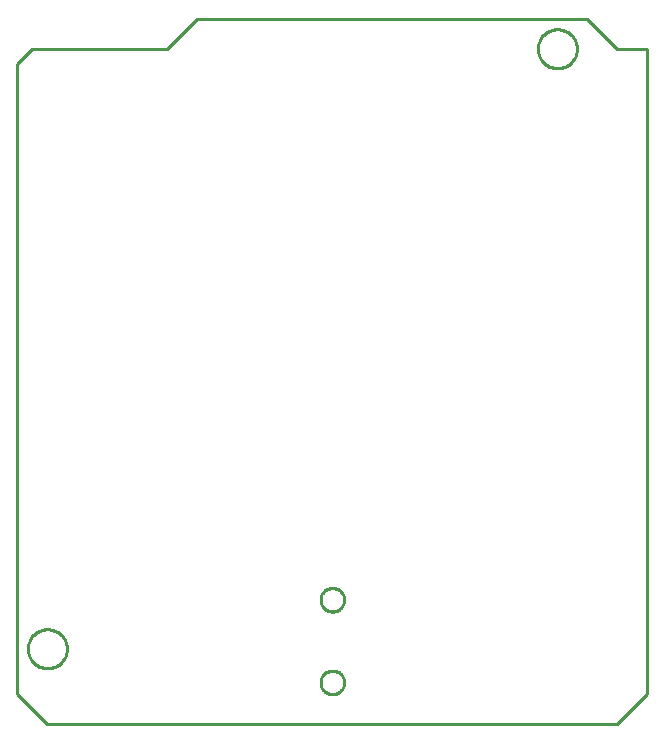
<source format=gbr>
G04 EAGLE Gerber RS-274X export*
G75*
%MOMM*%
%FSLAX34Y34*%
%LPD*%
%IN*%
%IPPOS*%
%AMOC8*
5,1,8,0,0,1.08239X$1,22.5*%
G01*
%ADD10C,0.254000*%


D10*
X0Y25400D02*
X25400Y0D01*
X508000Y0D01*
X533400Y25400D01*
X533400Y571500D01*
X508000Y571500D01*
X482600Y596900D01*
X152400Y596900D01*
X127000Y571500D01*
X12700Y571500D01*
X0Y558800D01*
X0Y25400D01*
X473710Y570960D02*
X473639Y569881D01*
X473498Y568809D01*
X473287Y567749D01*
X473008Y566705D01*
X472660Y565681D01*
X472246Y564683D01*
X471768Y563713D01*
X471228Y562777D01*
X470627Y561878D01*
X469969Y561021D01*
X469257Y560208D01*
X468492Y559444D01*
X467679Y558731D01*
X466822Y558073D01*
X465923Y557472D01*
X464987Y556932D01*
X464017Y556454D01*
X463019Y556040D01*
X461995Y555692D01*
X460951Y555413D01*
X459891Y555202D01*
X458819Y555061D01*
X457740Y554990D01*
X456660Y554990D01*
X455581Y555061D01*
X454509Y555202D01*
X453449Y555413D01*
X452405Y555692D01*
X451381Y556040D01*
X450383Y556454D01*
X449413Y556932D01*
X448477Y557472D01*
X447578Y558073D01*
X446721Y558731D01*
X445908Y559444D01*
X445144Y560208D01*
X444431Y561021D01*
X443773Y561878D01*
X443172Y562777D01*
X442632Y563713D01*
X442154Y564683D01*
X441740Y565681D01*
X441392Y566705D01*
X441113Y567749D01*
X440902Y568809D01*
X440761Y569881D01*
X440690Y570960D01*
X440690Y572040D01*
X440761Y573119D01*
X440902Y574191D01*
X441113Y575251D01*
X441392Y576295D01*
X441740Y577319D01*
X442154Y578317D01*
X442632Y579287D01*
X443172Y580223D01*
X443773Y581122D01*
X444431Y581979D01*
X445144Y582792D01*
X445908Y583557D01*
X446721Y584269D01*
X447578Y584927D01*
X448477Y585528D01*
X449413Y586068D01*
X450383Y586546D01*
X451381Y586960D01*
X452405Y587308D01*
X453449Y587587D01*
X454509Y587798D01*
X455581Y587939D01*
X456660Y588010D01*
X457740Y588010D01*
X458819Y587939D01*
X459891Y587798D01*
X460951Y587587D01*
X461995Y587308D01*
X463019Y586960D01*
X464017Y586546D01*
X464987Y586068D01*
X465923Y585528D01*
X466822Y584927D01*
X467679Y584269D01*
X468492Y583557D01*
X469257Y582792D01*
X469969Y581979D01*
X470627Y581122D01*
X471228Y580223D01*
X471768Y579287D01*
X472246Y578317D01*
X472660Y577319D01*
X473008Y576295D01*
X473287Y575251D01*
X473498Y574191D01*
X473639Y573119D01*
X473710Y572040D01*
X473710Y570960D01*
X41910Y62960D02*
X41839Y61881D01*
X41698Y60809D01*
X41487Y59749D01*
X41208Y58705D01*
X40860Y57681D01*
X40446Y56683D01*
X39968Y55713D01*
X39428Y54777D01*
X38827Y53878D01*
X38169Y53021D01*
X37457Y52208D01*
X36692Y51444D01*
X35879Y50731D01*
X35022Y50073D01*
X34123Y49472D01*
X33187Y48932D01*
X32217Y48454D01*
X31219Y48040D01*
X30195Y47692D01*
X29151Y47413D01*
X28091Y47202D01*
X27019Y47061D01*
X25940Y46990D01*
X24860Y46990D01*
X23781Y47061D01*
X22709Y47202D01*
X21649Y47413D01*
X20605Y47692D01*
X19581Y48040D01*
X18583Y48454D01*
X17613Y48932D01*
X16677Y49472D01*
X15778Y50073D01*
X14921Y50731D01*
X14108Y51444D01*
X13344Y52208D01*
X12631Y53021D01*
X11973Y53878D01*
X11372Y54777D01*
X10832Y55713D01*
X10354Y56683D01*
X9940Y57681D01*
X9592Y58705D01*
X9313Y59749D01*
X9102Y60809D01*
X8961Y61881D01*
X8890Y62960D01*
X8890Y64040D01*
X8961Y65119D01*
X9102Y66191D01*
X9313Y67251D01*
X9592Y68295D01*
X9940Y69319D01*
X10354Y70317D01*
X10832Y71287D01*
X11372Y72223D01*
X11973Y73122D01*
X12631Y73979D01*
X13344Y74792D01*
X14108Y75557D01*
X14921Y76269D01*
X15778Y76927D01*
X16677Y77528D01*
X17613Y78068D01*
X18583Y78546D01*
X19581Y78960D01*
X20605Y79308D01*
X21649Y79587D01*
X22709Y79798D01*
X23781Y79939D01*
X24860Y80010D01*
X25940Y80010D01*
X27019Y79939D01*
X28091Y79798D01*
X29151Y79587D01*
X30195Y79308D01*
X31219Y78960D01*
X32217Y78546D01*
X33187Y78068D01*
X34123Y77528D01*
X35022Y76927D01*
X35879Y76269D01*
X36692Y75557D01*
X37457Y74792D01*
X38169Y73979D01*
X38827Y73122D01*
X39428Y72223D01*
X39968Y71287D01*
X40446Y70317D01*
X40860Y69319D01*
X41208Y68295D01*
X41487Y67251D01*
X41698Y66191D01*
X41839Y65119D01*
X41910Y64040D01*
X41910Y62960D01*
X267137Y45000D02*
X268007Y44924D01*
X268866Y44772D01*
X269710Y44546D01*
X270530Y44248D01*
X271322Y43879D01*
X272078Y43442D01*
X272793Y42941D01*
X273462Y42380D01*
X274080Y41762D01*
X274641Y41093D01*
X275142Y40378D01*
X275579Y39622D01*
X275948Y38830D01*
X276246Y38010D01*
X276472Y37166D01*
X276624Y36307D01*
X276700Y35437D01*
X276700Y34563D01*
X276624Y33694D01*
X276472Y32834D01*
X276246Y31990D01*
X275948Y31170D01*
X275579Y30378D01*
X275142Y29622D01*
X274641Y28907D01*
X274080Y28238D01*
X273462Y27620D01*
X272793Y27059D01*
X272078Y26558D01*
X271322Y26121D01*
X270530Y25752D01*
X269710Y25454D01*
X268866Y25228D01*
X268007Y25076D01*
X267137Y25000D01*
X266263Y25000D01*
X265394Y25076D01*
X264534Y25228D01*
X263690Y25454D01*
X262870Y25752D01*
X262078Y26121D01*
X261322Y26558D01*
X260607Y27059D01*
X259938Y27620D01*
X259320Y28238D01*
X258759Y28907D01*
X258258Y29622D01*
X257821Y30378D01*
X257452Y31170D01*
X257154Y31990D01*
X256928Y32834D01*
X256776Y33694D01*
X256700Y34563D01*
X256700Y35437D01*
X256776Y36307D01*
X256928Y37166D01*
X257154Y38010D01*
X257452Y38830D01*
X257821Y39622D01*
X258258Y40378D01*
X258759Y41093D01*
X259320Y41762D01*
X259938Y42380D01*
X260607Y42941D01*
X261322Y43442D01*
X262078Y43879D01*
X262870Y44248D01*
X263690Y44546D01*
X264534Y44772D01*
X265394Y44924D01*
X266263Y45000D01*
X267137Y45000D01*
X267137Y115000D02*
X268007Y114924D01*
X268866Y114772D01*
X269710Y114546D01*
X270530Y114248D01*
X271322Y113879D01*
X272078Y113442D01*
X272793Y112941D01*
X273462Y112380D01*
X274080Y111762D01*
X274641Y111093D01*
X275142Y110378D01*
X275579Y109622D01*
X275948Y108830D01*
X276246Y108010D01*
X276472Y107166D01*
X276624Y106307D01*
X276700Y105437D01*
X276700Y104563D01*
X276624Y103694D01*
X276472Y102834D01*
X276246Y101990D01*
X275948Y101170D01*
X275579Y100378D01*
X275142Y99622D01*
X274641Y98907D01*
X274080Y98238D01*
X273462Y97620D01*
X272793Y97059D01*
X272078Y96558D01*
X271322Y96121D01*
X270530Y95752D01*
X269710Y95454D01*
X268866Y95228D01*
X268007Y95076D01*
X267137Y95000D01*
X266263Y95000D01*
X265394Y95076D01*
X264534Y95228D01*
X263690Y95454D01*
X262870Y95752D01*
X262078Y96121D01*
X261322Y96558D01*
X260607Y97059D01*
X259938Y97620D01*
X259320Y98238D01*
X258759Y98907D01*
X258258Y99622D01*
X257821Y100378D01*
X257452Y101170D01*
X257154Y101990D01*
X256928Y102834D01*
X256776Y103694D01*
X256700Y104563D01*
X256700Y105437D01*
X256776Y106307D01*
X256928Y107166D01*
X257154Y108010D01*
X257452Y108830D01*
X257821Y109622D01*
X258258Y110378D01*
X258759Y111093D01*
X259320Y111762D01*
X259938Y112380D01*
X260607Y112941D01*
X261322Y113442D01*
X262078Y113879D01*
X262870Y114248D01*
X263690Y114546D01*
X264534Y114772D01*
X265394Y114924D01*
X266263Y115000D01*
X267137Y115000D01*
M02*

</source>
